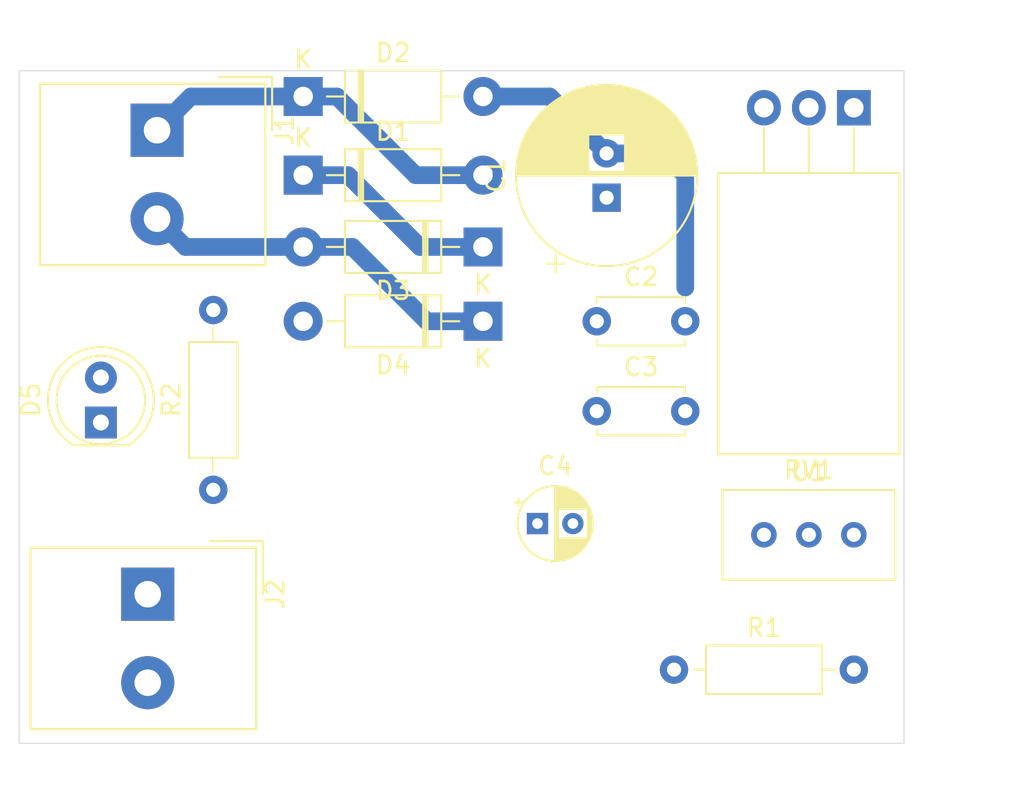
<source format=kicad_pcb>
(kicad_pcb (version 20240108) (generator "pcbnew") (generator_version "8.0")
  (layers (0 "F.Cu" signal) (31 "B.Cu" signal) (34 "B.Paste" user) (35 "F.Paste" user) (36 "B.SilkS" user "B.Silkscreen") (37 "F.SilkS" user "F.Silkscreen") (38 "B.Mask" user) (39 "F.Mask" user) (44 "Edge.Cuts" user))
  (net 0 "")
  (net 1 "Net-(D1-K)")
  (net 2 "GND")
  (net 3 "+VDC")
  (net 4 "Net-(D1-A)")
  (net 5 "Net-(D3-A)")
  (net 6 "Net-(D5-A)")
  (net 7 "Net-(U1-ADJ)")
  (footprint "Diode_THT:D_DO-41_SOD81_P10.16mm_Horizontal" (layer "F.Cu") (at 156.21 73.905 180)
    (property "Reference" "D3" (at 5.08 -2.47 180) (layer "F.SilkS"))
    (property "Value" "1N4007")
    (fp_line (start 8.82 0) (end 7.8 0) (stroke (width 0.12)) (layer "F.SilkS"))
    (fp_line (start 7.8 1.47) (end 7.8 -1.47) (stroke (width 0.12)) (layer "F.SilkS"))
    (fp_line (start 7.8 -1.47) (end 2.36 -1.47) (stroke (width 0.12)) (layer "F.SilkS"))
    (fp_line (start 3.38 -1.47) (end 3.38 1.47) (stroke (width 0.12)) (layer "F.SilkS"))
    (fp_line (start 3.26 -1.47) (end 3.26 1.47) (stroke (width 0.12)) (layer "F.SilkS"))
    (fp_line (start 3.14 -1.47) (end 3.14 1.47) (stroke (width 0.12)) (layer "F.SilkS"))
    (fp_line (start 2.36 1.47) (end 7.8 1.47) (stroke (width 0.12)) (layer "F.SilkS"))
    (fp_line (start 2.36 -1.47) (end 2.36 1.47) (stroke (width 0.12)) (layer "F.SilkS"))
    (fp_line (start 1.34 0) (end 2.36 0) (stroke (width 0.12)) (layer "F.SilkS"))
    (fp_text user "K" (at 0 -2.1 180) (layer "F.SilkS"))
    (pad "1" thru_hole rect (at 0 0 180) (size 2.2 2.2) (drill 1.1) (layers "*.Cu" "*.Mask") (net 1 "Net-(D1-K)"))
    (pad "2" thru_hole oval (at 10.16 0 180) (size 2.2 2.2) (drill 1.1) (layers "*.Cu" "*.Mask") (net 5 "Net-(D3-A)"))
  )
  (footprint "Resistor_THT:R_Axial_DIN0207_L6.3mm_D2.5mm_P10.16mm_Horizontal" (layer "F.Cu") (at 140.97 87.63 90)
    (property "Reference" "R2" (at 5.08 -2.37 270) (layer "F.SilkS"))
    (property "Value" "1Kohm")
    (fp_line (start 8.35 -1.37) (end 1.81 -1.37) (stroke (width 0.12)) (layer "F.SilkS"))
    (fp_line (start 1.81 -1.37) (end 1.81 1.37) (stroke (width 0.12)) (layer "F.SilkS"))
    (fp_line (start 9.12 0) (end 8.35 0) (stroke (width 0.12)) (layer "F.SilkS"))
    (fp_line (start 1.04 0) (end 1.81 0) (stroke (width 0.12)) (layer "F.SilkS"))
    (fp_line (start 8.35 1.37) (end 8.35 -1.37) (stroke (width 0.12)) (layer "F.SilkS"))
    (fp_line (start 1.81 1.37) (end 8.35 1.37) (stroke (width 0.12)) (layer "F.SilkS"))
    (pad "1" thru_hole circle (at 0 0 90) (size 1.6 1.6) (drill 0.8) (layers "*.Cu" "*.Mask") (net 3 "+VDC"))
    (pad "2" thru_hole oval (at 10.16 0 90) (size 1.6 1.6) (drill 0.8) (layers "*.Cu" "*.Mask") (net 6 "Net-(D5-A)"))
  )
  (footprint "Capacitor_THT:CP_Radial_D10.0mm_P2.50mm" (layer "F.Cu") (at 163.195 71.12 90)
    (property "Reference" "C1" (at 1.25 -6.25 270) (layer "F.SilkS"))
    (property "Value" "1000uF")
    (fp_line (start 1.33 -5.08) (end 1.33 5.08) (stroke (width 0.12)) (layer "F.SilkS"))
    (fp_line (start 1.29 -5.08) (end 1.29 5.08) (stroke (width 0.12)) (layer "F.SilkS"))
    (fp_line (start 1.25 -5.08) (end 1.25 5.08) (stroke (width 0.12)) (layer "F.SilkS"))
    (fp_line (start 1.37 -5.079) (end 1.37 5.079) (stroke (width 0.12)) (layer "F.SilkS"))
    (fp_line (start 1.41 -5.078) (end 1.41 5.078) (stroke (width 0.12)) (layer "F.SilkS"))
    (fp_line (start 1.45 -5.077) (end 1.45 5.077) (stroke (width 0.12)) (layer "F.SilkS"))
    (fp_line (start 1.49 -5.075) (end 1.49 -1.04) (stroke (width 0.12)) (layer "F.SilkS"))
    (fp_line (start 1.53 -5.073) (end 1.53 -1.04) (stroke (width 0.12)) (layer "F.SilkS"))
    (fp_line (start 1.57 -5.07) (end 1.57 -1.04) (stroke (width 0.12)) (layer "F.SilkS"))
    (fp_line (start 1.61 -5.068) (end 1.61 -1.04) (stroke (width 0.12)) (layer "F.SilkS"))
    (fp_line (start 1.65 -5.065) (end 1.65 -1.04) (stroke (width 0.12)) (layer "F.SilkS"))
    (fp_line (start 1.69 -5.062) (end 1.69 -1.04) (stroke (width 0.12)) (layer "F.SilkS"))
    (fp_line (start 1.73 -5.058) (end 1.73 -1.04) (stroke (width 0.12)) (layer "F.SilkS"))
    (fp_line (start 1.77 -5.054) (end 1.77 -1.04) (stroke (width 0.12)) (layer "F.SilkS"))
    (fp_line (start 1.81 -5.05) (end 1.81 -1.04) (stroke (width 0.12)) (layer "F.SilkS"))
    (fp_line (start 1.85 -5.045) (end 1.85 -1.04) (stroke (width 0.12)) (layer "F.SilkS"))
    (fp_line (start 1.89 -5.04) (end 1.89 -1.04) (stroke (width 0.12)) (layer "F.SilkS"))
    (fp_line (start 1.93 -5.035) (end 1.93 -1.04) (stroke (width 0.12)) (layer "F.SilkS"))
    (fp_line (start 1.971 -5.03) (end 1.971 -1.04) (stroke (width 0.12)) (layer "F.SilkS"))
    (fp_line (start 2.011 -5.024) (end 2.011 -1.04) (stroke (width 0.12)) (layer "F.SilkS"))
    (fp_line (start 2.051 -5.018) (end 2.051 -1.04) (stroke (width 0.12)) (layer "F.SilkS"))
    (fp_line (start 2.091 -5.011) (end 2.091 -1.04) (stroke (width 0.12)) (layer "F.SilkS"))
    (fp_line (start 2.131 -5.004) (end 2.131 -1.04) (stroke (width 0.12)) (layer "F.SilkS"))
    (fp_line (start 2.171 -4.997) (end 2.171 -1.04) (stroke (width 0.12)) (layer "F.SilkS"))
    (fp_line (start 2.211 -4.99) (end 2.211 -1.04) (stroke (width 0.12)) (layer "F.SilkS"))
    (fp_line (start 2.251 -4.982) (end 2.251 -1.04) (stroke (width 0.12)) (layer "F.SilkS"))
    (fp_line (start 2.291 -4.974) (end 2.291 -1.04) (stroke (width 0.12)) (layer "F.SilkS"))
    (fp_line (start 2.331 -4.965) (end 2.331 -1.04) (stroke (width 0.12)) (layer "F.SilkS"))
    (fp_line (start 2.371 -4.956) (end 2.371 -1.04) (stroke (width 0.12)) (layer "F.SilkS"))
    (fp_line (start 2.411 -4.947) (end 2.411 -1.04) (stroke (width 0.12)) (layer "F.SilkS"))
    (fp_line (start 2.451 -4.938) (end 2.451 -1.04) (stroke (width 0.12)) (layer "F.SilkS"))
    (fp_line (start 2.491 -4.928) (end 2.491 -1.04) (stroke (width 0.12)) (layer "F.SilkS"))
    (fp_line (start 2.531 -4.918) (end 2.531 -1.04) (stroke (width 0.12)) (layer "F.SilkS"))
    (fp_line (start 2.571 -4.907) (end 2.571 -1.04) (stroke (width 0.12)) (layer "F.SilkS"))
    (fp_line (start 2.611 -4.897) (end 2.611 -1.04) (stroke (width 0.12)) (layer "F.SilkS"))
    (fp_line (start 2.651 -4.885) (end 2.651 -1.04) (stroke (width 0.12)) (layer "F.SilkS"))
    (fp_line (start 2.691 -4.874) (end 2.691 -1.04) (stroke (width 0.12)) (layer "F.SilkS"))
    (fp_line (start 2.731 -4.862) (end 2.731 -1.04) (stroke (width 0.12)) (layer "F.SilkS"))
    (fp_line (start 2.771 -4.85) (end 2.771 -1.04) (stroke (width 0.12)) (layer "F.SilkS"))
    (fp_line (start 2.811 -4.837) (end 2.811 -1.04) (stroke (width 0.12)) (layer "F.SilkS"))
    (fp_line (start 2.851 -4.824) (end 2.851 -1.04) (stroke (width 0.12)) (layer "F.SilkS"))
    (fp_line (start 2.891 -4.811) (end 2.891 -1.04) (stroke (width 0.12)) (layer "F.SilkS"))
    (fp_line (start 2.931 -4.797) (end 2.931 -1.04) (stroke (width 0.12)) (layer "F.SilkS"))
    (fp_line (start 2.971 -4.783) (end 2.971 -1.04) (stroke (width 0.12)) (layer "F.SilkS"))
    (fp_line (start 3.011 -4.768) (end 3.011 -1.04) (stroke (width 0.12)) (layer "F.SilkS"))
    (fp_line (start 3.051 -4.754) (end 3.051 -1.04) (stroke (width 0.12)) (layer "F.SilkS"))
    (fp_line (start 3.091 -4.738) (end 3.091 -1.04) (stroke (width 0.12)) (layer "F.SilkS"))
    (fp_line (start 3.131 -4.723) (end 3.131 -1.04) (stroke (width 0.12)) (layer "F.SilkS"))
    (fp_line (start 3.171 -4.707) (end 3.171 -1.04) (stroke (width 0.12)) (layer "F.SilkS"))
    (fp_line (start 3.211 -4.69) (end 3.211 -1.04) (stroke (width 0.12)) (layer "F.SilkS"))
    (fp_line (start 3.251 -4.674) (end 3.251 -1.04) (stroke (width 0.12)) (layer "F.SilkS"))
    (fp_line (start 3.291 -4.657) (end 3.291 -1.04) (stroke (width 0.12)) (layer "F.SilkS"))
    (fp_line (start 3.331 -4.639) (end 3.331 -1.04) (stroke (width 0.12)) (layer "F.SilkS"))
    (fp_line (start 3.371 -4.621) (end 3.371 -1.04) (stroke (width 0.12)) (layer "F.SilkS"))
    (fp_line (start 3.411 -4.603) (end 3.411 -1.04) (stroke (width 0.12)) (layer "F.SilkS"))
    (fp_line (start 3.451 -4.584) (end 3.451 -1.04) (stroke (width 0.12)) (layer "F.SilkS"))
    (fp_line (start 3.491 -4.564) (end 3.491 -1.04) (stroke (width 0.12)) (layer "F.SilkS"))
    (fp_line (start 3.531 -4.545) (end 3.531 -1.04) (stroke (width 0.12)) (layer "F.SilkS"))
    (fp_line (start 3.571 -4.525) (end 3.571 4.525) (stroke (width 0.12)) (layer "F.SilkS"))
    (fp_line (start 3.611 -4.504) (end 3.611 4.504) (stroke (width 0.12)) (layer "F.SilkS"))
    (fp_line (start 3.651 -4.483) (end 3.651 4.483) (stroke (width 0.12)) (layer "F.SilkS"))
    (fp_line (start 3.691 -4.462) (end 3.691 4.462) (stroke (width 0.12)) (layer "F.SilkS"))
    (fp_line (start 3.731 -4.44) (end 3.731 4.44) (stroke (width 0.12)) (layer "F.SilkS"))
    (fp_line (start 3.771 -4.417) (end 3.771 4.417) (stroke (width 0.12)) (layer "F.SilkS"))
    (fp_line (start 3.811 -4.395) (end 3.811 4.395) (stroke (width 0.12)) (layer "F.SilkS"))
    (fp_line (start 3.851 -4.371) (end 3.851 4.371) (stroke (width 0.12)) (layer "F.SilkS"))
    (fp_line (start 3.891 -4.347) (end 3.891 4.347) (stroke (width 0.12)) (layer "F.SilkS"))
    (fp_line (start 3.931 -4.323) (end 3.931 4.323) (stroke (width 0.12)) (layer "F.SilkS"))
    (fp_line (start 3.971 -4.298) (end 3.971 4.298) (stroke (width 0.12)) (layer "F.SilkS"))
    (fp_line (start 4.011 -4.273) (end 4.011 4.273) (stroke (width 0.12)) (layer "F.SilkS"))
    (fp_line (start 4.051 -4.247) (end 4.051 4.247) (stroke (width 0.12)) (layer "F.SilkS"))
    (fp_line (start 4.091 -4.221) (end 4.091 4.221) (stroke (width 0.12)) (layer "F.SilkS"))
    (fp_line (start 4.131 -4.194) (end 4.131 4.194) (stroke (width 0.12)) (layer "F.SilkS"))
    (fp_line (start 4.171 -4.166) (end 4.171 4.166) (stroke (width 0.12)) (layer "F.SilkS"))
    (fp_line (start 4.211 -4.138) (end 4.211 4.138) (stroke (width 0.12)) (layer "F.SilkS"))
    (fp_line (start 4.251 -4.11) (end 4.251 4.11) (stroke (width 0.12)) (layer "F.SilkS"))
    (fp_line (start 4.291 -4.08) (end 4.291 4.08) (stroke (width 0.12)) (layer "F.SilkS"))
    (fp_line (start 4.331 -4.05) (end 4.331 4.05) (stroke (width 0.12)) (layer "F.SilkS"))
    (fp_line (start 4.371 -4.02) (end 4.371 4.02) (stroke (width 0.12)) (layer "F.SilkS"))
    (fp_line (start 4.411 -3.989) (end 4.411 3.989) (stroke (width 0.12)) (layer "F.SilkS"))
    (fp_line (start 4.451 -3.957) (end 4.451 3.957) (stroke (width 0.12)) (layer "F.SilkS"))
    (fp_line (start 4.491 -3.925) (end 4.491 3.925) (stroke (width 0.12)) (layer "F.SilkS"))
    (fp_line (start 4.531 -3.892) (end 4.531 3.892) (stroke (width 0.12)) (layer "F.SilkS"))
    (fp_line (start 4.571 -3.858) (end 4.571 3.858) (stroke (width 0.12)) (layer "F.SilkS"))
    (fp_line (start 4.611 -3.824) (end 4.611 3.824) (stroke (width 0.12)) (layer "F.SilkS"))
    (fp_line (start 4.651 -3.789) (end 4.651 3.789) (stroke (width 0.12)) (layer "F.SilkS"))
    (fp_line (start 4.691 -3.753) (end 4.691 3.753) (stroke (width 0.12)) (layer "F.SilkS"))
    (fp_line (start 4.731 -3.716) (end 4.731 3.716) (stroke (width 0.12)) (layer "F.SilkS"))
    (fp_line (start 4.771 -3.679) (end 4.771 3.679) (stroke (width 0.12)) (layer "F.SilkS"))
    (fp_line (start 4.811 -3.64) (end 4.811 3.64) (stroke (width 0.12)) (layer "F.SilkS"))
    (fp_line (start 4.851 -3.601) (end 4.851 3.601) (stroke (width 0.12)) (layer "F.SilkS"))
    (fp_line (start 4.891 -3.561) (end 4.891 3.561) (stroke (width 0.12)) (layer "F.SilkS"))
    (fp_line (start 4.931 -3.52) (end 4.931 3.52) (stroke (width 0.12)) (layer "F.SilkS"))
    (fp_line (start 4.971 -3.478) (end 4.971 3.478) (stroke (width 0.12)) (layer "F.SilkS"))
    (fp_line (start 5.011 -3.436) (end 5.011 3.436) (stroke (width 0.12)) (layer "F.SilkS"))
    (fp_line (start 5.051 -3.392) (end 5.051 3.392) (stroke (width 0.12)) (layer "F.SilkS"))
    (fp_line (start -3.729646 -3.375) (end -3.729646 -2.375) (stroke (width 0.12)) (layer "F.SilkS"))
    (fp_line (start 5.091 -3.347) (end 5.091 3.347) (stroke (width 0.12)) (layer "F.SilkS"))
    (fp_line (start 5.131 -3.301) (end 5.131 3.301) (stroke (width 0.12)) (layer "F.SilkS"))
    (fp_line (start 5.171 -3.254) (end 5.171 3.254) (stroke (width 0.12)) (layer "F.SilkS"))
    (fp_line (start 5.211 -3.206) (end 5.211 3.206) (stroke (width 0.12)) (layer "F.SilkS"))
    (fp_line (start 5.251 -3.156) (end 5.251 3.156) (stroke (width 0.12)) (layer "F.SilkS"))
    (fp_line (start 5.291 -3.106) (end 5.291 3.106) (stroke (width 0.12)) (layer "F.SilkS"))
    (fp_line (start 5.331 -3.054) (end 5.331 3.054) (stroke (width 0.12)) (layer "F.SilkS"))
    (fp_line (start 5.371 -3) (end 5.371 3) (stroke (width 0.12)) (layer "F.SilkS"))
    (fp_line (start 5.411 -2.945) (end 5.411 2.945) (stroke (width 0.12)) (layer "F.SilkS"))
    (fp_line (start 5.451 -2.889) (end 5.451 2.889) (stroke (width 0.12)) (layer "F.SilkS"))
    (fp_line (start -4.229646 -2.875) (end -3.229646 -2.875) (stroke (width 0.12)) (layer "F.SilkS"))
    (fp_line (start 5.491 -2.83) (end 5.491 2.83) (stroke (width 0.12)) (layer "F.SilkS"))
    (fp_line (start 5.531 -2.77) (end 5.531 2.77) (stroke (width 0.12)) (layer "F.SilkS"))
    (fp_line (start 5.571 -2.709) (end 5.571 2.709) (stroke (width 0.12)) (layer "F.SilkS"))
    (fp_line (start 5.611 -2.645) (end 5.611 2.645) (stroke (width 0.12)) (layer "F.SilkS"))
    (fp_line (start 5.651 -2.579) (end 5.651 2.579) (stroke (width 0.12)) (layer "F.SilkS"))
    (fp_line (start 5.691 -2.51) (end 5.691 2.51) (stroke (width 0.12)) (layer "F.SilkS"))
    (fp_line (start 5.731 -2.439) (end 5.731 2.439) (stroke (width 0.12)) (layer "F.SilkS"))
    (fp_line (start 5.771 -2.365) (end 5.771 2.365) (stroke (width 0.12)) (layer "F.SilkS"))
    (fp_line (start 5.811 -2.289) (end 5.811 2.289) (stroke (width 0.12)) (layer "F.SilkS"))
    (fp_line (start 5.851 -2.209) (end 5.851 2.209) (stroke (width 0.12)) (layer "F.SilkS"))
    (fp_line (start 5.891 -2.125) (end 5.891 2.125) (stroke (width 0.12)) (layer "F.SilkS"))
    (fp_line (start 5.931 -2.037) (end 5.931 2.037) (stroke (width 0.12)) (layer "F.SilkS"))
    (fp_line (start 5.971 -1.944) (end 5.971 1.944) (stroke (width 0.12)) (layer "F.SilkS"))
    (fp_line (start 6.011 -1.846) (end 6.011 1.846) (stroke (width 0.12)) (layer "F.SilkS"))
    (fp_line (start 6.051 -1.742) (end 6.051 1.742) (stroke (width 0.12)) (layer "F.SilkS"))
    (fp_line (start 6.091 -1.63) (end 6.091 1.63) (stroke (width 0.12)) (layer "F.SilkS"))
    (fp_line (start 6.131 -1.51) (end 6.131 1.51) (stroke (width 0.12)) (layer "F.SilkS"))
    (fp_line (start 6.171 -1.378) (end 6.171 1.378) (stroke (width 0.12)) (layer "F.SilkS"))
    (fp_line (start 6.211 -1.23) (end 6.211 1.23) (stroke (width 0.12)) (layer "F.SilkS"))
    (fp_line (start 6.251 -1.062) (end 6.251 1.062) (stroke (width 0.12)) (layer "F.SilkS"))
    (fp_line (start 6.291 -0.862) (end 6.291 0.862) (stroke (width 0.12)) (layer "F.SilkS"))
    (fp_line (start 6.331 -0.599) (end 6.331 0.599) (stroke (width 0.12)) (layer "F.SilkS"))
    (fp_line (start 3.531 1.04) (end 3.531 4.545) (stroke (width 0.12)) (layer "F.SilkS"))
    (fp_line (start 3.491 1.04) (end 3.491 4.564) (stroke (width 0.12)) (layer "F.SilkS"))
    (fp_line (start 3.451 1.04) (end 3.451 4.584) (stroke (width 0.12)) (layer "F.SilkS"))
    (fp_line (start 3.411 1.04) (end 3.411 4.603) (stroke (width 0.12)) (layer "F.SilkS"))
    (fp_line (start 3.371 1.04) (end 3.371 4.621) (stroke (width 0.12)) (layer "F.SilkS"))
    (fp_line (start 3.331 1.04) (end 3.331 4.639) (stroke (width 0.12)) (layer "F.SilkS"))
    (fp_line (start 3.291 1.04) (end 3.291 4.657) (stroke (width 0.12)) (layer "F.SilkS"))
    (fp_line (start 3.251 1.04) (end 3.251 4.674) (stroke (width 0.12)) (layer "F.SilkS"))
    (fp_line (start 3.211 1.04) (end 3.211 4.69) (stroke (width 0.12)) (layer "F.SilkS"))
    (fp_line (start 3.171 1.04) (end 3.171 4.707) (stroke (width 0.12)) (layer "F.SilkS"))
    (fp_line (start 3.131 1.04) (end 3.131 4.723) (stroke (width 0.12)) (layer "F.SilkS"))
    (fp_line (start 3.091 1.04) (end 3.091 4.738) (stroke (width 0.12)) (layer "F.SilkS"))
    (fp_line (start 3.051 1.04) (end 3.051 4.754) (stroke (width 0.12)) (layer "F.SilkS"))
    (fp_line (start 3.011 1.04) (end 3.011 4.768) (stroke (width 0.12)) (layer "F.SilkS"))
    (fp_line (start 2.971 1.04) (end 2.971 4.783) (stroke (width 0.12)) (layer "F.SilkS"))
    (fp_line (start 2.931 1.04) (end 2.931 4.797) (stroke (width 0.12)) (layer "F.SilkS"))
    (fp_line (start 2.891 1.04) (end 2.891 4.811) (stroke (width 0.12)) (layer "F.SilkS"))
    (fp_line (start 2.851 1.04) (end 2.851 4.824) (stroke (width 0.12)) (layer "F.SilkS"))
    (fp_line (start 2.811 1.04) (end 2.811 4.837) (stroke (width 0.12)) (layer "F.SilkS"))
    (fp_line (start 2.771 1.04) (end 2.771 4.85) (stroke (width 0.12)) (layer "F.SilkS"))
    (fp_line (start 2.731 1.04) (end 2.731 4.862) (stroke (width 0.12)) (layer "F.SilkS"))
    (fp_line (start 2.691 1.04) (end 2.691 4.874) (stroke (width 0.12)) (layer "F.SilkS"))
    (fp_line (start 2.651 1.04) (end 2.651 4.885) (stroke (width 0.12)) (layer "F.SilkS"))
    (fp_line (start 2.611 1.04) (end 2.611 4.897) (stroke (width 0.12)) (layer "F.SilkS"))
    (fp_line (start 2.571 1.04) (end 2.571 4.907) (stroke (width 0.12)) (layer "F.SilkS"))
    (fp_line (start 2.531 1.04) (end 2.531 4.918) (stroke (width 0.12)) (layer "F.SilkS"))
    (fp_line (start 2.491 1.04) (end 2.491 4.928) (stroke (width 0.12)) (layer "F.SilkS"))
    (fp_line (start 2.451 1.04) (end 2.451 4.938) (stroke (width 0.12)) (layer "F.SilkS"))
    (fp_line (start 2.411 1.04) (end 2.411 4.947) (stroke (width 0.12)) (layer "F.SilkS"))
    (fp_line (start 2.371 1.04) (end 2.371 4.956) (stroke (width 0.12)) (layer "F.SilkS"))
    (fp_line (start 2.331 1.04) (end 2.331 4.965) (stroke (width 0.12)) (layer "F.SilkS"))
    (fp_line (start 2.291 1.04) (end 2.291 4.974) (stroke (width 0.12)) (layer "F.SilkS"))
    (fp_line (start 2.251 1.04) (end 2.251 4.982) (stroke (width 0.12)) (layer "F.SilkS"))
    (fp_line (start 2.211 1.04) (end 2.211 4.99) (stroke (width 0.12)) (layer "F.SilkS"))
    (fp_line (start 2.171 1.04) (end 2.171 4.997) (stroke (width 0.12)) (layer "F.SilkS"))
    (fp_line (start 2.131 1.04) (end 2.131 5.004) (stroke (width 0.12)) (layer "F.SilkS"))
    (fp_line (start 2.091 1.04) (end 2.091 5.011) (stroke (width 0.12)) (layer "F.SilkS"))
    (fp_line (start 2.051 1.04) (end 2.051 5.018) (stroke (width 0.12)) (layer "F.SilkS"))
    (fp_line (start 2.011 1.04) (end 2.011 5.024) (stroke (width 0.12)) (layer "F.SilkS"))
    (fp_line (start 1.971 1.04) (end 1.971 5.03) (stroke (width 0.12)) (layer "F.SilkS"))
    (fp_line (start 1.93 1.04) (end 1.93 5.035) (stroke (width 0.12)) (layer "F.SilkS"))
    (fp_line (start 1.89 1.04) (end 1.89 5.04) (stroke (width 0.12)) (layer "F.SilkS"))
    (fp_line (start 1.85 1.04) (end 1.85 5.045) (stroke (width 0.12)) (layer "F.SilkS"))
    (fp_line (start 1.81 1.04) (end 1.81 5.05) (stroke (width 0.12)) (layer "F.SilkS"))
    (fp_line (start 1.77 1.04) (end 1.77 5.054) (stroke (width 0.12)) (layer "F.SilkS"))
    (fp_line (start 1.73 1.04) (end 1.73 5.058) (stroke (width 0.12)) (layer "F.SilkS"))
    (fp_line (start 1.69 1.04) (end 1.69 5.062) (stroke (width 0.12)) (layer "F.SilkS"))
    (fp_line (start 1.65 1.04) (end 1.65 5.065) (stroke (width 0.12)) (layer "F.SilkS"))
    (fp_line (start 1.61 1.04) (end 1.61 5.068) (stroke (width 0.12)) (layer "F.SilkS"))
    (fp_line (start 1.57 1.04) (end 1.57 5.07) (stroke (width 0.12)) (layer "F.SilkS"))
    (fp_line (start 1.53 1.04) (end 1.53 5.073) (stroke (width 0.12)) (layer "F.SilkS"))
    (fp_line (start 1.49 1.04) (end 1.49 5.075) (stroke (width 0.12)) (layer "F.SilkS"))
    (fp_circle (center 1.25 0) (end 6.37 0) (stroke (width 0.12)) (fill none) (layer "F.SilkS"))
    (pad "1" thru_hole rect (at 0 0 90) (size 1.6 1.6) (drill 0.8) (layers "*.Cu" "*.Mask") (net 1 "Net-(D1-K)"))
    (pad "2" thru_hole circle (at 2.5 0 90) (size 1.6 1.6) (drill 0.8) (layers "*.Cu" "*.Mask") (net 2 "GND"))
  )
  (footprint "TerminalBlock_Altech:Altech_AK300_1x02_P5.00mm_45-Degree" (layer "F.Cu") (at 137.2675 93.5275 -90)
    (property "Reference" "J2" (at 0 -7.2 90) (layer "F.SilkS"))
    (property "Value" "Screw_Terminal_01x02")
    (fp_line (start -2.62 6.62) (end 7.62 6.62) (stroke (width 0.12)) (layer "F.SilkS"))
    (fp_line (start -2.62 6.62) (end 7.62 6.62) (stroke (width 0.12)) (layer "F.SilkS"))
    (fp_line (start -3 -3.5) (end -3 -6.5) (stroke (width 0.12)) (layer "F.SilkS"))
    (fp_line (start -2.62 -6.12) (end -2.62 6.62) (stroke (width 0.12)) (layer "F.SilkS"))
    (fp_line (start -2.62 -6.12) (end -2.62 6.62) (stroke (width 0.12)) (layer "F.SilkS"))
    (fp_line (start -2.62 -6.12) (end 7.62 -6.12) (stroke (width 0.12)) (layer "F.SilkS"))
    (fp_line (start -2.62 -6.12) (end 7.62 -6.12) (stroke (width 0.12)) (layer "F.SilkS"))
    (fp_line (start 7.62 -6.12) (end 7.62 6.62) (stroke (width 0.12)) (layer "F.SilkS"))
    (fp_line (start 7.62 -6.12) (end 7.62 6.62) (stroke (width 0.12)) (layer "F.SilkS"))
    (fp_line (start -3 -6.5) (end 0 -6.5) (stroke (width 0.12)) (layer "F.SilkS"))
    (pad "1" thru_hole rect (at 0 0 270) (size 3 3) (drill 1.5) (layers "*.Cu" "*.Mask") (net 3 "+VDC"))
    (pad "2" thru_hole circle (at 5 0 270) (size 3 3) (drill 1.5) (layers "*.Cu" "*.Mask") (net 2 "GND"))
  )
  (footprint "Capacitor_THT:C_Disc_D4.7mm_W2.5mm_P5.00mm" (layer "F.Cu") (at 162.64 83.185)
    (property "Reference" "C3" (at 2.5 -2.5 0) (layer "F.SilkS"))
    (property "Value" "0.1uF")
    (fp_line (start 0.03 -1.37) (end 0.03 -1.055) (stroke (width 0.12)) (layer "F.SilkS"))
    (fp_line (start 0.03 -1.37) (end 4.97 -1.37) (stroke (width 0.12)) (layer "F.SilkS"))
    (fp_line (start 0.03 1.055) (end 0.03 1.37) (stroke (width 0.12)) (layer "F.SilkS"))
    (fp_line (start 0.03 1.37) (end 4.97 1.37) (stroke (width 0.12)) (layer "F.SilkS"))
    (fp_line (start 4.97 -1.37) (end 4.97 -1.055) (stroke (width 0.12)) (layer "F.SilkS"))
    (fp_line (start 4.97 1.055) (end 4.97 1.37) (stroke (width 0.12)) (layer "F.SilkS"))
    (pad "1" thru_hole circle (at 0 0) (size 1.6 1.6) (drill 0.8) (layers "*.Cu" "*.Mask") (net 3 "+VDC"))
    (pad "2" thru_hole circle (at 5 0) (size 1.6 1.6) (drill 0.8) (layers "*.Cu" "*.Mask") (net 2 "GND"))
  )
  (footprint "Potentiometer_THT:Potentiometer_Bourns_3296W_Vertical" (layer "F.Cu") (at 177.165 90.17)
    (property "Reference" "RV1" (at -2.54 -3.66 0) (layer "F.SilkS"))
    (property "Value" "5Kohm")
    (fp_line (start -7.425 -2.53) (end -7.425 2.54) (stroke (width 0.12)) (layer "F.SilkS"))
    (fp_line (start -7.425 -2.53) (end 2.345 -2.53) (stroke (width 0.12)) (layer "F.SilkS"))
    (fp_line (start -7.425 2.54) (end 2.345 2.54) (stroke (width 0.12)) (layer "F.SilkS"))
    (fp_line (start 2.345 -2.53) (end 2.345 2.54) (stroke (width 0.12)) (layer "F.SilkS"))
    (pad "1" thru_hole circle (at 0 0) (size 1.44 1.44) (drill 0.8) (layers "*.Cu" "*.Mask") (net 7 "Net-(U1-ADJ)"))
    (pad "2" thru_hole circle (at -2.54 0) (size 1.44 1.44) (drill 0.8) (layers "*.Cu" "*.Mask") (net 2 "GND"))
    (pad "3" thru_hole circle (at -5.08 0) (size 1.44 1.44) (drill 0.8) (layers "*.Cu" "*.Mask") (net 2 "GND"))
  )
  (footprint "TerminalBlock_Altech:Altech_AK300_1x02_P5.00mm_45-Degree" (layer "F.Cu") (at 137.795 67.31 -90)
    (property "Reference" "J1" (at 0 -7.2 90) (layer "F.SilkS"))
    (property "Value" "Screw_Terminal_01x02")
    (fp_line (start -2.62 6.62) (end 7.62 6.62) (stroke (width 0.12)) (layer "F.SilkS"))
    (fp_line (start -2.62 6.62) (end 7.62 6.62) (stroke (width 0.12)) (layer "F.SilkS"))
    (fp_line (start -3 -3.5) (end -3 -6.5) (stroke (width 0.12)) (layer "F.SilkS"))
    (fp_line (start -2.62 -6.12) (end -2.62 6.62) (stroke (width 0.12)) (layer "F.SilkS"))
    (fp_line (start -2.62 -6.12) (end -2.62 6.62) (stroke (width 0.12)) (layer "F.SilkS"))
    (fp_line (start -2.62 -6.12) (end 7.62 -6.12) (stroke (width 0.12)) (layer "F.SilkS"))
    (fp_line (start -2.62 -6.12) (end 7.62 -6.12) (stroke (width 0.12)) (layer "F.SilkS"))
    (fp_line (start 7.62 -6.12) (end 7.62 6.62) (stroke (width 0.12)) (layer "F.SilkS"))
    (fp_line (start 7.62 -6.12) (end 7.62 6.62) (stroke (width 0.12)) (layer "F.SilkS"))
    (fp_line (start -3 -6.5) (end 0 -6.5) (stroke (width 0.12)) (layer "F.SilkS"))
    (pad "1" thru_hole rect (at 0 0 270) (size 3 3) (drill 1.5) (layers "*.Cu" "*.Mask") (net 4 "Net-(D1-A)"))
    (pad "2" thru_hole circle (at 5 0 270) (size 3 3) (drill 1.5) (layers "*.Cu" "*.Mask") (net 5 "Net-(D3-A)"))
  )
  (footprint "Package_TO_SOT_THT:TO-220-3_Horizontal_TabDown" (layer "F.Cu") (at 177.165 66.04 180)
    (property "Reference" "U1" (at 2.54 -20.58 180) (layer "F.SilkS"))
    (property "Value" "LM317_TO-220")
    (fp_line (start 7.66 -19.58) (end 7.66 -3.69) (stroke (width 0.12)) (layer "F.SilkS"))
    (fp_line (start 5.08 -3.69) (end 5.08 -1.15) (stroke (width 0.12)) (layer "F.SilkS"))
    (fp_line (start 2.54 -3.69) (end 2.54 -1.15) (stroke (width 0.12)) (layer "F.SilkS"))
    (fp_line (start 0 -3.69) (end 0 -1.15) (stroke (width 0.12)) (layer "F.SilkS"))
    (fp_line (start -2.58 -3.69) (end 7.66 -3.69) (stroke (width 0.12)) (layer "F.SilkS"))
    (fp_line (start -2.58 -19.58) (end 7.66 -19.58) (stroke (width 0.12)) (layer "F.SilkS"))
    (fp_line (start -2.58 -19.58) (end -2.58 -3.69) (stroke (width 0.12)) (layer "F.SilkS"))
    (pad "" np_thru_hole oval (at 2.54 -16.66 180) (size 3.5 3.5) (drill 3.5) (layers "*.Cu" "*.Mask"))
    (pad "1" thru_hole rect (at 0 0 180) (size 1.905 2) (drill 1.1) (layers "*.Cu" "*.Mask") (net 7 "Net-(U1-ADJ)"))
    (pad "2" thru_hole oval (at 2.54 0 180) (size 1.905 2) (drill 1.1) (layers "*.Cu" "*.Mask") (net 3 "+VDC"))
    (pad "3" thru_hole oval (at 5.08 0 180) (size 1.905 2) (drill 1.1) (layers "*.Cu" "*.Mask") (net 1 "Net-(D1-K)"))
  )
  (footprint "LED_THT:LED_D5.0mm" (layer "F.Cu") (at 134.62 83.825 90)
    (property "Reference" "D5" (at 1.27 -3.96 270) (layer "F.SilkS"))
    (property "Value" "LED")
    (fp_line (start -1.29 -1.545) (end -1.29 1.545) (stroke (width 0.12)) (layer "F.SilkS"))
    (fp_arc (start -1.29 -1.54483) (mid 2.072002 -2.880433) (end 4.26 0.000462) (stroke (width 0.12)) (layer "F.SilkS"))
    (fp_arc (start 4.26 -0.000462) (mid 2.072002 2.880433) (end -1.29 1.54483) (stroke (width 0.12)) (layer "F.SilkS"))
    (fp_circle (center 1.27 0) (end 3.77 0) (stroke (width 0.12)) (fill none) (layer "F.SilkS"))
    (pad "1" thru_hole rect (at 0 0 90) (size 1.8 1.8) (drill 0.9) (layers "*.Cu" "*.Mask") (net 2 "GND"))
    (pad "2" thru_hole circle (at 2.54 0 90) (size 1.8 1.8) (drill 0.9) (layers "*.Cu" "*.Mask") (net 6 "Net-(D5-A)"))
  )
  (footprint "Capacitor_THT:CP_Radial_D4.0mm_P2.00mm" (layer "F.Cu") (at 159.29 89.535)
    (property "Reference" "C4" (at 1 -3.25 0) (layer "F.SilkS"))
    (property "Value" "10uF")
    (fp_line (start -1.269801 -1.195) (end -0.869801 -1.195) (stroke (width 0.12)) (layer "F.SilkS"))
    (fp_line (start -1.069801 -1.395) (end -1.069801 -0.995) (stroke (width 0.12)) (layer "F.SilkS"))
    (fp_line (start 1 -2.08) (end 1 2.08) (stroke (width 0.12)) (layer "F.SilkS"))
    (fp_line (start 1.04 -2.08) (end 1.04 2.08) (stroke (width 0.12)) (layer "F.SilkS"))
    (fp_line (start 1.08 -2.079) (end 1.08 2.079) (stroke (width 0.12)) (layer "F.SilkS"))
    (fp_line (start 1.12 -2.077) (end 1.12 2.077) (stroke (width 0.12)) (layer "F.SilkS"))
    (fp_line (start 1.16 -2.074) (end 1.16 2.074) (stroke (width 0.12)) (layer "F.SilkS"))
    (fp_line (start 1.2 -2.071) (end 1.2 -0.84) (stroke (width 0.12)) (layer "F.SilkS"))
    (fp_line (start 1.2 0.84) (end 1.2 2.071) (stroke (width 0.12)) (layer "F.SilkS"))
    (fp_line (start 1.24 -2.067) (end 1.24 -0.84) (stroke (width 0.12)) (layer "F.SilkS"))
    (fp_line (start 1.24 0.84) (end 1.24 2.067) (stroke (width 0.12)) (layer "F.SilkS"))
    (fp_line (start 1.28 -2.062) (end 1.28 -0.84) (stroke (width 0.12)) (layer "F.SilkS"))
    (fp_line (start 1.28 0.84) (end 1.28 2.062) (stroke (width 0.12)) (layer "F.SilkS"))
    (fp_line (start 1.32 -2.056) (end 1.32 -0.84) (stroke (width 0.12)) (layer "F.SilkS"))
    (fp_line (start 1.32 0.84) (end 1.32 2.056) (stroke (width 0.12)) (layer "F.SilkS"))
    (fp_line (start 1.36 -2.05) (end 1.36 -0.84) (stroke (width 0.12)) (layer "F.SilkS"))
    (fp_line (start 1.36 0.84) (end 1.36 2.05) (stroke (width 0.12)) (layer "F.SilkS"))
    (fp_line (start 1.4 -2.042) (end 1.4 -0.84) (stroke (width 0.12)) (layer "F.SilkS"))
    (fp_line (start 1.4 0.84) (end 1.4 2.042) (stroke (width 0.12)) (layer "F.SilkS"))
    (fp_line (start 1.44 -2.034) (end 1.44 -0.84) (stroke (width 0.12)) (layer "F.SilkS"))
    (fp_line (start 1.44 0.84) (end 1.44 2.034) (stroke (width 0.12)) (layer "F.SilkS"))
    (fp_line (start 1.48 -2.025) (end 1.48 -0.84) (stroke (width 0.12)) (layer "F.SilkS"))
    (fp_line (start 1.48 0.84) (end 1.48 2.025) (stroke (width 0.12)) (layer "F.SilkS"))
    (fp_line (start 1.52 -2.016) (end 1.52 -0.84) (stroke (width 0.12)) (layer "F.SilkS"))
    (fp_line (start 1.52 0.84) (end 1.52 2.016) (stroke (width 0.12)) (layer "F.SilkS"))
    (fp_line (start 1.56 -2.005) (end 1.56 -0.84) (stroke (width 0.12)) (layer "F.SilkS"))
    (fp_line (start 1.56 0.84) (end 1.56 2.005) (stroke (width 0.12)) (layer "F.SilkS"))
    (fp_line (start 1.6 -1.994) (end 1.6 -0.84) (stroke (width 0.12)) (layer "F.SilkS"))
    (fp_line (start 1.6 0.84) (end 1.6 1.994) (stroke (width 0.12)) (layer "F.SilkS"))
    (fp_line (start 1.64 -1.982) (end 1.64 -0.84) (stroke (width 0.12)) (layer "F.SilkS"))
    (fp_line (start 1.64 0.84) (end 1.64 1.982) (stroke (width 0.12)) (layer "F.SilkS"))
    (fp_line (start 1.68 -1.968) (end 1.68 -0.84) (stroke (width 0.12)) (layer "F.SilkS"))
    (fp_line (start 1.68 0.84) (end 1.68 1.968) (stroke (width 0.12)) (layer "F.SilkS"))
    (fp_line (start 1.721 -1.954) (end 1.721 -0.84) (stroke (width 0.12)) (layer "F.SilkS"))
    (fp_line (start 1.721 0.84) (end 1.721 1.954) (stroke (width 0.12)) (layer "F.SilkS"))
    (fp_line (start 1.761 -1.94) (end 1.761 -0.84) (stroke (width 0.12)) (layer "F.SilkS"))
    (fp_line (start 1.761 0.84) (end 1.761 1.94) (stroke (width 0.12)) (layer "F.SilkS"))
    (fp_line (start 1.801 -1.924) (end 1.801 -0.84) (stroke (width 0.12)) (layer "F.SilkS"))
    (fp_line (start 1.801 0.84) (end 1.801 1.924) (stroke (width 0.12)) (layer "F.SilkS"))
    (fp_line (start 1.841 -1.907) (end 1.841 -0.84) (stroke (width 0.12)) (layer "F.SilkS"))
    (fp_line (start 1.841 0.84) (end 1.841 1.907) (stroke (width 0.12)) (layer "F.SilkS"))
    (fp_line (start 1.881 -1.889) (end 1.881 -0.84) (stroke (width 0.12)) (layer "F.SilkS"))
    (fp_line (start 1.881 0.84) (end 1.881 1.889) (stroke (width 0.12)) (layer "F.SilkS"))
    (fp_line (start 1.921 -1.87) (end 1.921 -0.84) (stroke (width 0.12)) (layer "F.SilkS"))
    (fp_line (start 1.921 0.84) (end 1.921 1.87) (stroke (width 0.12)) (layer "F.SilkS"))
    (fp_line (start 1.961 -1.851) (end 1.961 -0.84) (stroke (width 0.12)) (layer "F.SilkS"))
    (fp_line (start 1.961 0.84) (end 1.961 1.851) (stroke (width 0.12)) (layer "F.SilkS"))
    (fp_line (start 2.001 -1.83) (end 2.001 -0.84) (stroke (width 0.12)) (layer "F.SilkS"))
    (fp_line (start 2.001 0.84) (end 2.001 1.83) (stroke (width 0.12)) (layer "F.SilkS"))
    (fp_line (start 2.041 -1.808) (end 2.041 -0.84) (stroke (width 0.12)) (layer "F.SilkS"))
    (fp_line (start 2.041 0.84) (end 2.041 1.808) (stroke (width 0.12)) (layer "F.SilkS"))
    (fp_line (start 2.081 -1.785) (end 2.081 -0.84) (stroke (width 0.12)) (layer "F.SilkS"))
    (fp_line (start 2.081 0.84) (end 2.081 1.785) (stroke (width 0.12)) (layer "F.SilkS"))
    (fp_line (start 2.121 -1.76) (end 2.121 -0.84) (stroke (width 0.12)) (layer "F.SilkS"))
    (fp_line (start 2.121 0.84) (end 2.121 1.76) (stroke (width 0.12)) (layer "F.SilkS"))
    (fp_line (start 2.161 -1.735) (end 2.161 -0.84) (stroke (width 0.12)) (layer "F.SilkS"))
    (fp_line (start 2.161 0.84) (end 2.161 1.735) (stroke (width 0.12)) (layer "F.SilkS"))
    (fp_line (start 2.201 -1.708) (end 2.201 -0.84) (stroke (width 0.12)) (layer "F.SilkS"))
    (fp_line (start 2.201 0.84) (end 2.201 1.708) (stroke (width 0.12)) (layer "F.SilkS"))
    (fp_line (start 2.241 -1.68) (end 2.241 -0.84) (stroke (width 0.12)) (layer "F.SilkS"))
    (fp_line (start 2.241 0.84) (end 2.241 1.68) (stroke (width 0.12)) (layer "F.SilkS"))
    (fp_line (start 2.281 -1.65) (end 2.281 -0.84) (stroke (width 0.12)) (layer "F.SilkS"))
    (fp_line (start 2.281 0.84) (end 2.281 1.65) (stroke (width 0.12)) (layer "F.SilkS"))
    (fp_line (start 2.321 -1.619) (end 2.321 -0.84) (stroke (width 0.12)) (layer "F.SilkS"))
    (fp_line (start 2.321 0.84) (end 2.321 1.619) (stroke (width 0.12)) (layer "F.SilkS"))
    (fp_line (start 2.361 -1.587) (end 2.361 -0.84) (stroke (width 0.12)) (layer "F.SilkS"))
    (fp_line (start 2.361 0.84) (end 2.361 1.587) (stroke (width 0.12)) (layer "F.SilkS"))
    (fp_line (start 2.401 -1.552) (end 2.401 -0.84) (stroke (width 0.12)) (layer "F.SilkS"))
    (fp_line (start 2.401 0.84) (end 2.401 1.552) (stroke (width 0.12)) (layer "F.SilkS"))
    (fp_line (start 2.441 -1.516) (end 2.441 -0.84) (stroke (width 0.12)) (layer "F.SilkS"))
    (fp_line (start 2.441 0.84) (end 2.441 1.516) (stroke (width 0.12)) (layer "F.SilkS"))
    (fp_line (start 2.481 -1.478) (end 2.481 -0.84) (stroke (width 0.12)) (layer "F.SilkS"))
    (fp_line (start 2.481 0.84) (end 2.481 1.478) (stroke (width 0.12)) (layer "F.SilkS"))
    (fp_line (start 2.521 -1.438) (end 2.521 -0.84) (stroke (width 0.12)) (layer "F.SilkS"))
    (fp_line (start 2.521 0.84) (end 2.521 1.438) (stroke (width 0.12)) (layer "F.SilkS"))
    (fp_line (start 2.561 -1.396) (end 2.561 -0.84) (stroke (width 0.12)) (layer "F.SilkS"))
    (fp_line (start 2.561 0.84) (end 2.561 1.396) (stroke (width 0.12)) (layer "F.SilkS"))
    (fp_line (start 2.601 -1.351) (end 2.601 -0.84) (stroke (width 0.12)) (layer "F.SilkS"))
    (fp_line (start 2.601 0.84) (end 2.601 1.351) (stroke (width 0.12)) (layer "F.SilkS"))
    (fp_line (start 2.641 -1.304) (end 2.641 -0.84) (stroke (width 0.12)) (layer "F.SilkS"))
    (fp_line (start 2.641 0.84) (end 2.641 1.304) (stroke (width 0.12)) (layer "F.SilkS"))
    (fp_line (start 2.681 -1.254) (end 2.681 -0.84) (stroke (width 0.12)) (layer "F.SilkS"))
    (fp_line (start 2.681 0.84) (end 2.681 1.254) (stroke (width 0.12)) (layer "F.SilkS"))
    (fp_line (start 2.721 -1.2) (end 2.721 -0.84) (stroke (width 0.12)) (layer "F.SilkS"))
    (fp_line (start 2.721 0.84) (end 2.721 1.2) (stroke (width 0.12)) (layer "F.SilkS"))
    (fp_line (start 2.761 -1.142) (end 2.761 -0.84) (stroke (width 0.12)) (layer "F.SilkS"))
    (fp_line (start 2.761 0.84) (end 2.761 1.142) (stroke (width 0.12)) (layer "F.SilkS"))
    (fp_line (start 2.801 -1.08) (end 2.801 -0.84) (stroke (width 0.12)) (layer "F.SilkS"))
    (fp_line (start 2.801 0.84) (end 2.801 1.08) (stroke (width 0.12)) (layer "F.SilkS"))
    (fp_line (start 2.841 -1.013) (end 2.841 1.013) (stroke (width 0.12)) (layer "F.SilkS"))
    (fp_line (start 2.881 -0.94) (end 2.881 0.94) (stroke (width 0.12)) (layer "F.SilkS"))
    (fp_line (start 2.921 -0.859) (end 2.921 0.859) (stroke (width 0.12)) (layer "F.SilkS"))
    (fp_line (start 2.961 -0.768) (end 2.961 0.768) (stroke (width 0.12)) (layer "F.SilkS"))
    (fp_line (start 3.001 -0.664) (end 3.001 0.664) (stroke (width 0.12)) (layer "F.SilkS"))
    (fp_line (start 3.041 -0.537) (end 3.041 0.537) (stroke (width 0.12)) (layer "F.SilkS"))
    (fp_line (start 3.081 -0.37) (end 3.081 0.37) (stroke (width 0.12)) (layer "F.SilkS"))
    (fp_circle (center 1 0) (end 3.12 0) (stroke (width 0.12)) (fill none) (layer "F.SilkS"))
    (pad "1" thru_hole rect (at 0 0) (size 1.2 1.2) (drill 0.6) (layers "*.Cu" "*.Mask") (net 3 "+VDC"))
    (pad "2" thru_hole circle (at 2 0) (size 1.2 1.2) (drill 0.6) (layers "*.Cu" "*.Mask") (net 2 "GND"))
  )
  (footprint "Resistor_THT:R_Axial_DIN0207_L6.3mm_D2.5mm_P10.16mm_Horizontal" (layer "F.Cu") (at 167.005 97.79)
    (property "Reference" "R1" (at 5.08 -2.37 360) (layer "F.SilkS"))
    (property "Value" "220Ohm")
    (fp_line (start 1.04 0) (end 1.81 0) (stroke (width 0.12)) (layer "F.SilkS"))
    (fp_line (start 1.81 -1.37) (end 1.81 1.37) (stroke (width 0.12)) (layer "F.SilkS"))
    (fp_line (start 1.81 1.37) (end 8.35 1.37) (stroke (width 0.12)) (layer "F.SilkS"))
    (fp_line (start 8.35 -1.37) (end 1.81 -1.37) (stroke (width 0.12)) (layer "F.SilkS"))
    (fp_line (start 8.35 1.37) (end 8.35 -1.37) (stroke (width 0.12)) (layer "F.SilkS"))
    (fp_line (start 9.12 0) (end 8.35 0) (stroke (width 0.12)) (layer "F.SilkS"))
    (pad "1" thru_hole circle (at 0 0) (size 1.6 1.6) (drill 0.8) (layers "*.Cu" "*.Mask") (net 3 "+VDC"))
    (pad "2" thru_hole oval (at 10.16 0) (size 1.6 1.6) (drill 0.8) (layers "*.Cu" "*.Mask") (net 7 "Net-(U1-ADJ)"))
  )
  (footprint "Diode_THT:D_DO-41_SOD81_P10.16mm_Horizontal" (layer "F.Cu") (at 146.05 69.85)
    (property "Reference" "D1" (at 5.08 -2.47 0) (layer "F.SilkS"))
    (property "Value" "1N4007")
    (fp_line (start 1.34 0) (end 2.36 0) (stroke (width 0.12)) (layer "F.SilkS"))
    (fp_line (start 2.36 -1.47) (end 2.36 1.47) (stroke (width 0.12)) (layer "F.SilkS"))
    (fp_line (start 2.36 1.47) (end 7.8 1.47) (stroke (width 0.12)) (layer "F.SilkS"))
    (fp_line (start 3.14 -1.47) (end 3.14 1.47) (stroke (width 0.12)) (layer "F.SilkS"))
    (fp_line (start 3.26 -1.47) (end 3.26 1.47) (stroke (width 0.12)) (layer "F.SilkS"))
    (fp_line (start 3.38 -1.47) (end 3.38 1.47) (stroke (width 0.12)) (layer "F.SilkS"))
    (fp_line (start 7.8 -1.47) (end 2.36 -1.47) (stroke (width 0.12)) (layer "F.SilkS"))
    (fp_line (start 7.8 1.47) (end 7.8 -1.47) (stroke (width 0.12)) (layer "F.SilkS"))
    (fp_line (start 8.82 0) (end 7.8 0) (stroke (width 0.12)) (layer "F.SilkS"))
    (fp_text user "K" (at 0 -2.1 0) (layer "F.SilkS"))
    (pad "1" thru_hole rect (at 0 0) (size 2.2 2.2) (drill 1.1) (layers "*.Cu" "*.Mask") (net 1 "Net-(D1-K)"))
    (pad "2" thru_hole oval (at 10.16 0) (size 2.2 2.2) (drill 1.1) (layers "*.Cu" "*.Mask") (net 4 "Net-(D1-A)"))
  )
  (footprint "Capacitor_THT:C_Disc_D4.7mm_W2.5mm_P5.00mm" (layer "F.Cu") (at 162.64 78.105)
    (property "Reference" "C2" (at 2.5 -2.5 0) (layer "F.SilkS"))
    (property "Value" "0.1uF")
    (fp_line (start 0.03 -1.37) (end 0.03 -1.055) (stroke (width 0.12)) (layer "F.SilkS"))
    (fp_line (start 0.03 -1.37) (end 4.97 -1.37) (stroke (width 0.12)) (layer "F.SilkS"))
    (fp_line (start 0.03 1.055) (end 0.03 1.37) (stroke (width 0.12)) (layer "F.SilkS"))
    (fp_line (start 0.03 1.37) (end 4.97 1.37) (stroke (width 0.12)) (layer "F.SilkS"))
    (fp_line (start 4.97 -1.37) (end 4.97 -1.055) (stroke (width 0.12)) (layer "F.SilkS"))
    (fp_line (start 4.97 1.055) (end 4.97 1.37) (stroke (width 0.12)) (layer "F.SilkS"))
    (pad "1" thru_hole circle (at 0 0) (size 1.6 1.6) (drill 0.8) (layers "*.Cu" "*.Mask") (net 1 "Net-(D1-K)"))
    (pad "2" thru_hole circle (at 5 0) (size 1.6 1.6) (drill 0.8) (layers "*.Cu" "*.Mask") (net 2 "GND"))
  )
  (footprint "Diode_THT:D_DO-41_SOD81_P10.16mm_Horizontal" (layer "F.Cu") (at 156.21 78.105 180)
    (property "Reference" "D4" (at 5.08 -2.47 180) (layer "F.SilkS"))
    (property "Value" "1N4007")
    (fp_line (start 8.82 0) (end 7.8 0) (stroke (width 0.12)) (layer "F.SilkS"))
    (fp_line (start 7.8 1.47) (end 7.8 -1.47) (stroke (width 0.12)) (layer "F.SilkS"))
    (fp_line (start 7.8 -1.47) (end 2.36 -1.47) (stroke (width 0.12)) (layer "F.SilkS"))
    (fp_line (start 3.38 -1.47) (end 3.38 1.47) (stroke (width 0.12)) (layer "F.SilkS"))
    (fp_line (start 3.26 -1.47) (end 3.26 1.47) (stroke (width 0.12)) (layer "F.SilkS"))
    (fp_line (start 3.14 -1.47) (end 3.14 1.47) (stroke (width 0.12)) (layer "F.SilkS"))
    (fp_line (start 2.36 1.47) (end 7.8 1.47) (stroke (width 0.12)) (layer "F.SilkS"))
    (fp_line (start 2.36 -1.47) (end 2.36 1.47) (stroke (width 0.12)) (layer "F.SilkS"))
    (fp_line (start 1.34 0) (end 2.36 0) (stroke (width 0.12)) (layer "F.SilkS"))
    (fp_text user "K" (at 0 -2.1 180) (layer "F.SilkS"))
    (pad "1" thru_hole rect (at 0 0 180) (size 2.2 2.2) (drill 1.1) (layers "*.Cu" "*.Mask") (net 5 "Net-(D3-A)"))
    (pad "2" thru_hole oval (at 10.16 0 180) (size 2.2 2.2) (drill 1.1) (layers "*.Cu" "*.Mask") (net 2 "GND"))
  )
  (footprint "Diode_THT:D_DO-41_SOD81_P10.16mm_Horizontal" (layer "F.Cu") (at 146.05 65.405)
    (property "Reference" "D2" (at 5.08 -2.47 0) (layer "F.SilkS"))
    (property "Value" "1N4007")
    (fp_line (start 1.34 0) (end 2.36 0) (stroke (width 0.12)) (layer "F.SilkS"))
    (fp_line (start 2.36 -1.47) (end 2.36 1.47) (stroke (width 0.12)) (layer "F.SilkS"))
    (fp_line (start 2.36 1.47) (end 7.8 1.47) (stroke (width 0.12)) (layer "F.SilkS"))
    (fp_line (start 3.14 -1.47) (end 3.14 1.47) (stroke (width 0.12)) (layer "F.SilkS"))
    (fp_line (start 3.26 -1.47) (end 3.26 1.47) (stroke (width 0.12)) (layer "F.SilkS"))
    (fp_line (start 3.38 -1.47) (end 3.38 1.47) (stroke (width 0.12)) (layer "F.SilkS"))
    (fp_line (start 7.8 -1.47) (end 2.36 -1.47) (stroke (width 0.12)) (layer "F.SilkS"))
    (fp_line (start 7.8 1.47) (end 7.8 -1.47) (stroke (width 0.12)) (layer "F.SilkS"))
    (fp_line (start 8.82 0) (end 7.8 0) (stroke (width 0.12)) (layer "F.SilkS"))
    (fp_text user "K" (at 0 -2.1 0) (layer "F.SilkS"))
    (pad "1" thru_hole rect (at 0 0) (size 2.2 2.2) (drill 1.1) (layers "*.Cu" "*.Mask") (net 4 "Net-(D1-A)"))
    (pad "2" thru_hole oval (at 10.16 0) (size 2.2 2.2) (drill 1.1) (layers "*.Cu" "*.Mask") (net 2 "GND"))
  )
  (gr_rect (start 130 63.95) (end 180 101.95) (stroke (width 0.05)) (fill none) (layer "Edge.Cuts"))
  (segment (start 156.455 73.66) (end 156.21 73.905) (width 1) (layer "B.Cu") (net 1))
  (segment (start 152.645 73.905) (end 148.59 69.85) (width 1) (layer "B.Cu") (net 1))
  (segment (start 156.21 73.905) (end 152.645 73.905) (width 1) (layer "B.Cu") (net 1))
  (segment (start 148.59 69.85) (end 146.05 69.85) (width 1) (layer "B.Cu") (net 1))
  (segment (start 167.64 76.2) (end 167.64 69.85) (width 1) (layer "B.Cu") (net 2))
  (segment (start 166.41 68.62) (end 163.195 68.62) (width 1) (layer "B.Cu") (net 2))
  (segment (start 159.98 65.405) (end 163.195 68.62) (width 1) (layer "B.Cu") (net 2))
  (segment (start 167.64 69.85) (end 166.41 68.62) (width 1) (layer "B.Cu") (net 2))
  (segment (start 156.21 65.405) (end 159.98 65.405) (width 1) (layer "B.Cu") (net 2))
  (segment (start 137.795 67.31) (end 139.7 65.405) (width 1) (layer "B.Cu") (net 4))
  (segment (start 147.955 65.405) (end 152.4 69.85) (width 1) (layer "B.Cu") (net 4))
  (segment (start 146.05 65.405) (end 147.955 65.405) (width 1) (layer "B.Cu") (net 4))
  (segment (start 152.4 69.85) (end 156.21 69.85) (width 1) (layer "B.Cu") (net 4))
  (segment (start 139.7 65.405) (end 146.05 65.405) (width 1) (layer "B.Cu") (net 4))
  (segment (start 146.05 73.905) (end 139.39 73.905) (width 1) (layer "B.Cu") (net 5))
  (segment (start 137.795 72.31) (end 138.35 72.31) (width 1) (layer "B.Cu") (net 5))
  (segment (start 148.835 73.905) (end 153.035 78.105) (width 1) (layer "B.Cu") (net 5))
  (segment (start 153.035 78.105) (end 156.21 78.105) (width 1) (layer "B.Cu") (net 5))
  (segment (start 139.39 73.905) (end 137.795 72.31) (width 1) (layer "B.Cu") (net 5))
  (segment (start 146.05 73.905) (end 148.835 73.905) (width 1) (layer "B.Cu") (net 5))
)
</source>
